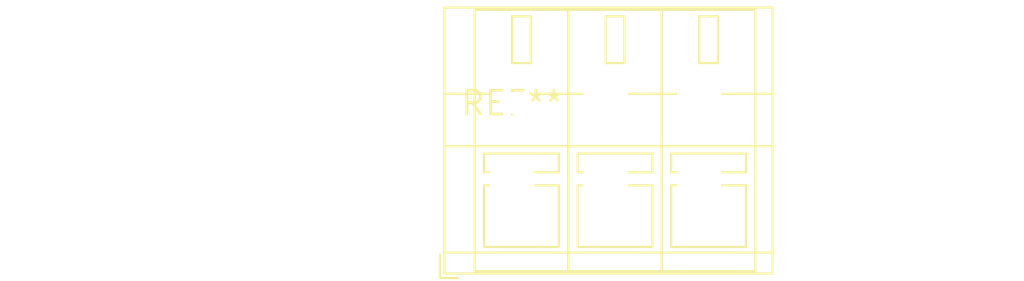
<source format=kicad_pcb>
(kicad_pcb (version 20240108) (generator pcbnew)
  (layers (0 "F.Cu" signal) (31 "B.Cu" signal) (34 "B.Paste" user) (35 "F.Paste" user) (36 "B.SilkS" user "B.Silkscreen") (37 "F.SilkS" user "F.Silkscreen") (38 "B.Mask" user) (39 "F.Mask" user) (44 "Edge.Cuts" user))
  (net 0 "")
  (footprint "TerminalBlock_WAGO_236-403_1x03_P5.00mm_45Degree" (layer "F.Cu") (at 0 0)
    (property "Reference" "REF**")
    (property "Value" "TerminalBlock_WAGO_236-403_1x03_P5.00mm_45Degree")
    (fp_line (start -3.86 8.12) (end -3.86 9.36) (layer "F.SilkS") (stroke (width 0.12)))
    (fp_line (start -3.86 9.36) (end -2.86 9.36) (layer "F.SilkS") (stroke (width 0.12)))
    (fp_line (start -3.62 -5.12) (end -3.62 9.12) (layer "F.SilkS") (stroke (width 0.12)))
    (fp_line (start -3.62 -5.12) (end 13.92 -5.12) (layer "F.SilkS") (stroke (width 0.12)))
    (fp_line (start -3.62 -0.5) (end -1.23 -0.5) (layer "F.SilkS") (stroke (width 0.12)))
    (fp_line (start -3.62 2.3) (end 13.92 2.3) (layer "F.SilkS") (stroke (width 0.12)))
    (fp_line (start -3.62 8) (end 13.92 8) (layer "F.SilkS") (stroke (width 0.12)))
    (fp_line (start -3.62 9.12) (end 13.92 9.12) (layer "F.SilkS") (stroke (width 0.12)))
    (fp_line (start -2 -5) (end -2 9) (layer "F.SilkS") (stroke (width 0.12)))
    (fp_line (start -2 -5) (end 3 -5) (layer "F.SilkS") (stroke (width 0.12)))
    (fp_line (start -2 9) (end 3 9) (layer "F.SilkS") (stroke (width 0.12)))
    (fp_line (start -1.5 2.7) (end -1.5 3.7) (layer "F.SilkS") (stroke (width 0.12)))
    (fp_line (start -1.5 2.7) (end 2.5 2.7) (layer "F.SilkS") (stroke (width 0.12)))
    (fp_line (start -1.5 3.7) (end -1.23 3.7) (layer "F.SilkS") (stroke (width 0.12)))
    (fp_line (start -1.5 4.4) (end -1.5 7.7) (layer "F.SilkS") (stroke (width 0.12)))
    (fp_line (start -1.5 4.4) (end -1.23 4.4) (layer "F.SilkS") (stroke (width 0.12)))
    (fp_line (start -1.5 7.7) (end 2.5 7.7) (layer "F.SilkS") (stroke (width 0.12)))
    (fp_line (start 0 -4.65) (end 0 -2.151) (layer "F.SilkS") (stroke (width 0.12)))
    (fp_line (start 0 -4.65) (end 1 -4.65) (layer "F.SilkS") (stroke (width 0.12)))
    (fp_line (start 0 -2.151) (end 1 -2.151) (layer "F.SilkS") (stroke (width 0.12)))
    (fp_line (start 1 -4.65) (end 1 -2.151) (layer "F.SilkS") (stroke (width 0.12)))
    (fp_line (start 1.23 -0.5) (end 3.77 -0.5) (layer "F.SilkS") (stroke (width 0.12)))
    (fp_line (start 1.23 3.7) (end 2.5 3.7) (layer "F.SilkS") (stroke (width 0.12)))
    (fp_line (start 1.23 4.4) (end 2.5 4.4) (layer "F.SilkS") (stroke (width 0.12)))
    (fp_line (start 2.5 2.7) (end 2.5 3.7) (layer "F.SilkS") (stroke (width 0.12)))
    (fp_line (start 2.5 4.4) (end 2.5 7.7) (layer "F.SilkS") (stroke (width 0.12)))
    (fp_line (start 3 -5) (end 3 9) (layer "F.SilkS") (stroke (width 0.12)))
    (fp_line (start 3 -5) (end 3 9) (layer "F.SilkS") (stroke (width 0.12)))
    (fp_line (start 3 -5) (end 8 -5) (layer "F.SilkS") (stroke (width 0.12)))
    (fp_line (start 3 9) (end 8 9) (layer "F.SilkS") (stroke (width 0.12)))
    (fp_line (start 3.5 2.7) (end 3.5 3.7) (layer "F.SilkS") (stroke (width 0.12)))
    (fp_line (start 3.5 2.7) (end 7.5 2.7) (layer "F.SilkS") (stroke (width 0.12)))
    (fp_line (start 3.5 3.7) (end 3.77 3.7) (layer "F.SilkS") (stroke (width 0.12)))
    (fp_line (start 3.5 4.4) (end 3.5 7.7) (layer "F.SilkS") (stroke (width 0.12)))
    (fp_line (start 3.5 4.4) (end 3.77 4.4) (layer "F.SilkS") (stroke (width 0.12)))
    (fp_line (start 3.5 7.7) (end 7.5 7.7) (layer "F.SilkS") (stroke (width 0.12)))
    (fp_line (start 5 -4.65) (end 5 -2.151) (layer "F.SilkS") (stroke (width 0.12)))
    (fp_line (start 5 -4.65) (end 6 -4.65) (layer "F.SilkS") (stroke (width 0.12)))
    (fp_line (start 5 -2.151) (end 6 -2.151) (layer "F.SilkS") (stroke (width 0.12)))
    (fp_line (start 6 -4.65) (end 6 -2.151) (layer "F.SilkS") (stroke (width 0.12)))
    (fp_line (start 6.23 -0.5) (end 8.77 -0.5) (layer "F.SilkS") (stroke (width 0.12)))
    (fp_line (start 6.23 3.7) (end 7.5 3.7) (layer "F.SilkS") (stroke (width 0.12)))
    (fp_line (start 6.23 4.4) (end 7.5 4.4) (layer "F.SilkS") (stroke (width 0.12)))
    (fp_line (start 7.5 2.7) (end 7.5 3.7) (layer "F.SilkS") (stroke (width 0.12)))
    (fp_line (start 7.5 4.4) (end 7.5 7.7) (layer "F.SilkS") (stroke (width 0.12)))
    (fp_line (start 8 -5) (end 8 9) (layer "F.SilkS") (stroke (width 0.12)))
    (fp_line (start 8 -5) (end 8 9) (layer "F.SilkS") (stroke (width 0.12)))
    (fp_line (start 8 -5) (end 13 -5) (layer "F.SilkS") (stroke (width 0.12)))
    (fp_line (start 8 9) (end 13 9) (layer "F.SilkS") (stroke (width 0.12)))
    (fp_line (start 8.5 2.7) (end 8.5 3.7) (layer "F.SilkS") (stroke (width 0.12)))
    (fp_line (start 8.5 2.7) (end 12.5 2.7) (layer "F.SilkS") (stroke (width 0.12)))
    (fp_line (start 8.5 3.7) (end 8.77 3.7) (layer "F.SilkS") (stroke (width 0.12)))
    (fp_line (start 8.5 4.4) (end 8.5 7.7) (layer "F.SilkS") (stroke (width 0.12)))
    (fp_line (start 8.5 4.4) (end 8.77 4.4) (layer "F.SilkS") (stroke (width 0.12)))
    (fp_line (start 8.5 7.7) (end 12.5 7.7) (layer "F.SilkS") (stroke (width 0.12)))
    (fp_line (start 10 -4.65) (end 10 -2.151) (layer "F.SilkS") (stroke (width 0.12)))
    (fp_line (start 10 -4.65) (end 11 -4.65) (layer "F.SilkS") (stroke (width 0.12)))
    (fp_line (start 10 -2.151) (end 11 -2.151) (layer "F.SilkS") (stroke (width 0.12)))
    (fp_line (start 11 -4.65) (end 11 -2.151) (layer "F.SilkS") (stroke (width 0.12)))
    (fp_line (start 11.23 -0.5) (end 13.92 -0.5) (layer "F.SilkS") (stroke (width 0.12)))
    (fp_line (start 11.23 3.7) (end 12.5 3.7) (layer "F.SilkS") (stroke (width 0.12)))
    (fp_line (start 11.23 4.4) (end 12.5 4.4) (layer "F.SilkS") (stroke (width 0.12)))
    (fp_line (start 12.5 2.7) (end 12.5 3.7) (layer "F.SilkS") (stroke (width 0.12)))
    (fp_line (start 12.5 4.4) (end 12.5 7.7) (layer "F.SilkS") (stroke (width 0.12)))
    (fp_line (start 13 -5) (end 13 9) (layer "F.SilkS") (stroke (width 0.12)))
    (fp_line (start 13.92 -5.12) (end 13.92 9.12) (layer "F.SilkS") (stroke (width 0.12)))
    (pad "1" thru_hole rect (at 0 0) (size 1.5 3) (drill 1.15) (layers *.Cu *.Mask) (remove_unused_layers))
    (pad "1" thru_hole rect (at 0 5) (size 1.5 3) (drill 1.15) (layers *.Cu *.Mask) (remove_unused_layers))
    (pad "2" thru_hole oval (at 5 0) (size 1.5 3) (drill 1.15) (layers *.Cu *.Mask) (remove_unused_layers))
    (pad "2" thru_hole oval (at 5 5) (size 1.5 3) (drill 1.15) (layers *.Cu *.Mask) (remove_unused_layers))
    (pad "3" thru_hole oval (at 10 0) (size 1.5 3) (drill 1.15) (layers *.Cu *.Mask) (remove_unused_layers))
    (pad "3" thru_hole oval (at 10 5) (size 1.5 3) (drill 1.15) (layers *.Cu *.Mask) (remove_unused_layers))
  )
)
</source>
